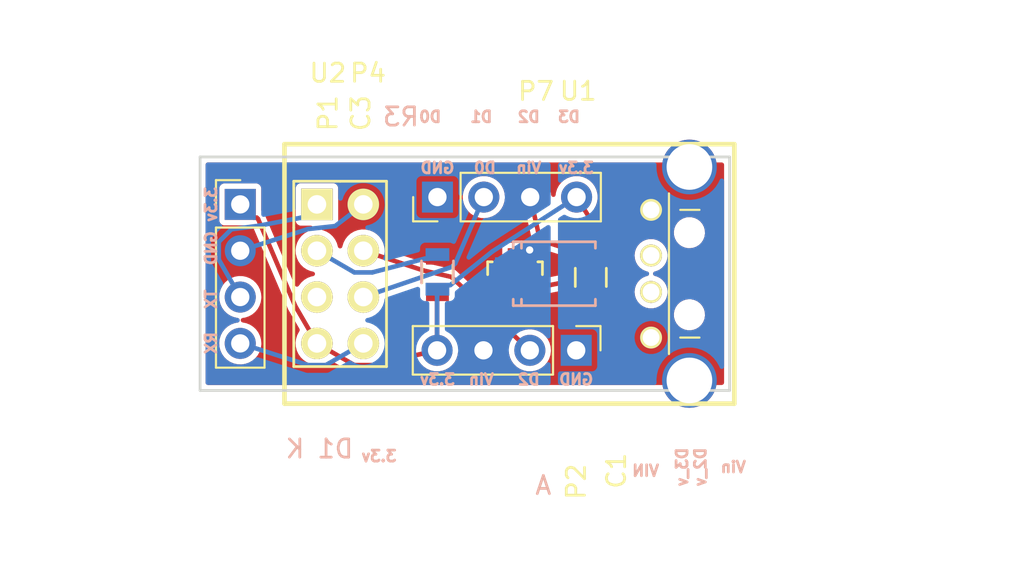
<source format=kicad_pcb>
(kicad_pcb (version 20211014) (generator pcbnew)
  (layers (0 "F.Cu" signal) (31 "B.Cu" signal) (34 "B.Paste" user) (35 "F.Paste" user) (36 "B.SilkS" user "B.Silkscreen") (37 "F.SilkS" user "F.Silkscreen") (38 "B.Mask" user) (39 "F.Mask" user) (44 "Edge.Cuts" user))
  (net 0 "")
  (net 1 "VPP")
  (net 2 "GND")
  (net 3 "+3V3")
  (net 4 "GPIO0")
  (net 5 "TX")
  (net 6 "GPIO2")
  (net 7 "RX")
  (net 8 "Net-(R3-Pad1)")
  (net 9 "Net-(D1-Pad2)")
  (footprint "Connector_PinHeader_2.54mm:PinHeader_1x04_P2.54mm_Vertical" (layer "F.Cu") (at 149.2 110.6)
    (fp_text reference "P4" (at 7 -7.2) (layer "F.SilkS"))
    (fp_text value "CONN_01X04")
    (fp_line (start 1.33 1.27) (end 1.33 8.95) (layer "F.SilkS") (width 0.12))
    (fp_line (start -1.33 8.95) (end 1.33 8.95) (layer "F.SilkS") (width 0.12))
    (fp_line (start -1.33 1.27) (end -1.33 8.95) (layer "F.SilkS") (width 0.12))
    (fp_line (start -1.33 -1.33) (end 0 -1.33) (layer "F.SilkS") (width 0.12))
    (fp_line (start -1.33 1.27) (end 1.33 1.27) (layer "F.SilkS") (width 0.12))
    (fp_line (start -1.33 0) (end -1.33 -1.33) (layer "F.SilkS") (width 0.12))
    (pad "1" thru_hole rect (at 0 0) (size 1.7 1.7) (drill 1) (layers *.Cu *.Mask) (net 3 "+3V3"))
    (pad "2" thru_hole oval (at 0 2.54) (size 1.7 1.7) (drill 1) (layers *.Cu *.Mask) (net 2 "GND"))
    (pad "3" thru_hole oval (at 0 5.08) (size 1.7 1.7) (drill 1) (layers *.Cu *.Mask) (net 5 "TX"))
    (pad "4" thru_hole oval (at 0 7.62) (size 1.7 1.7) (drill 1) (layers *.Cu *.Mask) (net 7 "RX"))
  )
  (footprint "ESP8266:ESP-01" (layer "F.Cu") (at 153.4 110.6)
    (fp_text reference "U2" (at 0.6 -7.2) (layer "F.SilkS"))
    (fp_text value "ESP-01v090")
    (fp_line (start 1.27 -1.27) (end -1.27 -1.27) (layer "F.SilkS") (width 0.1524))
    (fp_line (start -1.27 1.27) (end -1.27 8.89) (layer "F.SilkS") (width 0.1524))
    (fp_line (start 22.86 10.922) (end -1.778 10.922) (layer "F.SilkS") (width 0.254))
    (fp_line (start 3.81 8.89) (end 3.81 -1.27) (layer "F.SilkS") (width 0.1524))
    (fp_line (start -1.27 -1.27) (end -1.27 1.27) (layer "F.SilkS") (width 0.1524))
    (fp_line (start 3.81 -1.27) (end 1.27 -1.27) (layer "F.SilkS") (width 0.1524))
    (fp_line (start -1.27 8.89) (end 3.81 8.89) (layer "F.SilkS") (width 0.1524))
    (fp_line (start -1.778 10.922) (end -1.778 -3.302) (layer "F.SilkS") (width 0.254))
    (fp_line (start -1.778 -3.302) (end 22.86 -3.302) (layer "F.SilkS") (width 0.254))
    (fp_line (start 22.86 -3.302) (end 22.86 10.922) (layer "F.SilkS") (width 0.254))
    (pad "1" thru_hole rect locked (at 0 0) (size 1.7272 1.7272) (drill 1.016) (layers *.Cu *.Mask "F.SilkS") (net 5 "TX"))
    (pad "2" thru_hole oval locked (at 2.54 0) (size 1.7272 1.7272) (drill 1.016) (layers *.Cu *.Mask "F.SilkS") (net 2 "GND"))
    (pad "3" thru_hole oval locked (at 0 2.54) (size 1.7272 1.7272) (drill 1.016) (layers *.Cu *.Mask "F.SilkS") (net 8 "Net-(R3-Pad1)"))
    (pad "4" thru_hole oval locked (at 2.54 2.54) (size 1.7272 1.7272) (drill 1.016) (layers *.Cu *.Mask "F.SilkS") (net 6 "GPIO2"))
    (pad "5" thru_hole oval locked (at 0 5.08) (size 1.7272 1.7272) (drill 1.016) (layers *.Cu *.Mask "F.SilkS"))
    (pad "6" thru_hole oval locked (at 2.54 5.08) (size 1.7272 1.7272) (drill 1.016) (layers *.Cu *.Mask "F.SilkS") (net 4 "GPIO0"))
    (pad "7" thru_hole oval locked (at 0 7.62) (size 1.7272 1.7272) (drill 1.016) (layers *.Cu *.Mask "F.SilkS") (net 3 "+3V3"))
    (pad "8" thru_hole oval locked (at 2.54 7.62) (size 1.7272 1.7272) (drill 1.016) (layers *.Cu *.Mask "F.SilkS") (net 7 "RX"))
  )
  (footprint "Capacitors_SMD:C_0805" (layer "F.Cu") (at 168.4 114.6 -90)
    (fp_text reference "C1" (at 10.6 -1.4 -90) (layer "F.SilkS"))
    (fp_text value "2uf")
    (fp_line (start -0.5 0.85) (end 0.5 0.85) (layer "F.SilkS") (width 0.15))
    (fp_line (start 0.5 -0.85) (end -0.5 -0.85) (layer "F.SilkS") (width 0.15))
    (pad "1" smd rect locked (at -1 0 270) (size 1 1.25) (layers "F.Cu" "F.Paste" "F.Mask") (net 1 "VPP"))
    (pad "2" smd rect locked (at 1 0 270) (size 1 1.25) (layers "F.Cu" "F.Paste" "F.Mask") (net 2 "GND"))
  )
  (footprint "Capacitors_SMD:C_0805" (layer "F.Cu") (at 160 114.4 90)
    (fp_text reference "C3" (at 8.8 -4.2 90) (layer "F.SilkS"))
    (fp_text value "2uf")
    (fp_line (start 0.5 -0.85) (end -0.5 -0.85) (layer "F.SilkS") (width 0.15))
    (fp_line (start -0.5 0.85) (end 0.5 0.85) (layer "F.SilkS") (width 0.15))
    (pad "1" smd rect locked (at -1 0 90) (size 1 1.25) (layers "F.Cu" "F.Paste" "F.Mask") (net 3 "+3V3"))
    (pad "2" smd rect locked (at 1 0 90) (size 1 1.25) (layers "F.Cu" "F.Paste" "F.Mask") (net 2 "GND"))
  )
  (footprint "TO_SOT_Packages_SMD:SOT-23" (layer "F.Cu") (at 164.25 114.3992)
    (fp_text reference "U1" (at 3.459 -10.01) (layer "F.SilkS"))
    (fp_text value "MCP1703")
    (fp_line (start 1.29916 -0.65024) (end 1.49982 -0.65024) (layer "F.SilkS") (width 0.15))
    (fp_line (start 1.49982 -0.65024) (end 1.49982 0.0508) (layer "F.SilkS") (width 0.15))
    (fp_line (start 1.29916 -0.65024) (end 1.2509 -0.65024) (layer "F.SilkS") (width 0.15))
    (fp_line (start -1.49982 0.0508) (end -1.49982 -0.65024) (layer "F.SilkS") (width 0.15))
    (fp_line (start -1.49982 -0.65024) (end -1.2509 -0.65024) (layer "F.SilkS") (width 0.15))
    (pad "1" smd rect locked (at -0.95 1.00076) (size 0.8001 0.8001) (layers "F.Cu" "F.Paste" "F.Mask") (net 2 "GND"))
    (pad "2" smd rect locked (at 0.95 1.00076) (size 0.8001 0.8001) (layers "F.Cu" "F.Paste" "F.Mask") (net 3 "+3V3"))
    (pad "3" smd rect locked (at 0 -0.99822) (size 0.8001 0.8001) (layers "F.Cu" "F.Paste" "F.Mask") (net 1 "VPP"))
  )
  (footprint "USB_oshpark:USB_A_Multicomp_thruhole_oshpark" (layer "F.Cu") (at 173.8 114.4)
    (fp_text reference "P7" (at -8.4 -10) (layer "F.SilkS"))
    (fp_text value "USB_A")
    (fp_line (start -0.5 3.5) (end 0.55 3.5) (layer "F.SilkS") (width 0.12))
    (fp_line (start -1.12 -4.4) (end -1.12 4.4) (layer "F.SilkS") (width 0.12))
    (fp_line (start -0.5 -3.5) (end 0.55 -3.5) (layer "F.SilkS") (width 0.12))
    (pad "" np_thru_hole circle locked (at 0 -2.25) (size 1.1 1.1) (drill 1.1) (layers *.Cu *.Mask))
    (pad "" np_thru_hole circle locked (at 0 2.25) (size 1.1 1.1) (drill 1.1) (layers *.Cu *.Mask))
    (pad "1" thru_hole circle locked (at -2.1 -3.5) (size 1.2 1.2) (drill 0.92) (layers *.Cu *.Mask "F.SilkS") (net 9 "Net-(D1-Pad2)"))
    (pad "2" thru_hole circle locked (at -2.1 -1) (size 1.2 1.2) (drill 0.92) (layers *.Cu *.Mask "F.SilkS"))
    (pad "3" thru_hole circle locked (at -2.1 1) (size 1.2 1.2) (drill 0.92) (layers *.Cu *.Mask "F.SilkS"))
    (pad "4" thru_hole circle locked (at -2.1 3.5) (size 1.2 1.2) (drill 0.92) (layers *.Cu *.Mask "F.SilkS") (net 2 "GND"))
    (pad "5" thru_hole circle locked (at 0 -5.85) (size 3 3) (drill 2.5) (layers *.Cu *.Mask) (net 2 "GND"))
    (pad "5" thru_hole circle locked (at 0 5.85) (size 3 3) (drill 2.5) (layers *.Cu *.Mask) (net 2 "GND"))
  )
  (footprint "Connector_PinHeader_2.54mm:PinHeader_1x04_P2.54mm_Vertical" (layer "F.Cu") (at 167.6 118.6 -90)
    (fp_text reference "P2" (at 7.2 0 90) (layer "F.SilkS"))
    (fp_text value "CONN_01X04")
    (fp_line (start -1.33 0) (end -1.33 -1.33) (layer "F.SilkS") (width 0.12))
    (fp_line (start -1.33 1.27) (end -1.33 8.95) (layer "F.SilkS") (width 0.12))
    (fp_line (start -1.33 8.95) (end 1.33 8.95) (layer "F.SilkS") (width 0.12))
    (fp_line (start -1.33 -1.33) (end 0 -1.33) (layer "F.SilkS") (width 0.12))
    (fp_line (start -1.33 1.27) (end 1.33 1.27) (layer "F.SilkS") (width 0.12))
    (fp_line (start 1.33 1.27) (end 1.33 8.95) (layer "F.SilkS") (width 0.12))
    (pad "1" thru_hole rect (at 0 0 270) (size 1.7 1.7) (drill 1) (layers *.Cu *.Mask) (net 2 "GND"))
    (pad "2" thru_hole oval (at 0 2.54 270) (size 1.7 1.7) (drill 1) (layers *.Cu *.Mask) (net 6 "GPIO2"))
    (pad "3" thru_hole oval (at 0 5.08 270) (size 1.7 1.7) (drill 1) (layers *.Cu *.Mask) (net 1 "VPP"))
    (pad "4" thru_hole oval (at 0 7.62 270) (size 1.7 1.7) (drill 1) (layers *.Cu *.Mask) (net 3 "+3V3"))
  )
  (footprint "Connector_PinHeader_2.54mm:PinHeader_1x04_P2.54mm_Vertical" (layer "F.Cu") (at 160 110.2 90)
    (fp_text reference "P1" (at 4.6 -6 90) (layer "F.SilkS"))
    (fp_text value "CONN_01X04")
    (fp_line (start -1.33 1.27) (end -1.33 8.95) (layer "F.SilkS") (width 0.12))
    (fp_line (start -1.33 0) (end -1.33 -1.33) (layer "F.SilkS") (width 0.12))
    (fp_line (start 1.33 1.27) (end 1.33 8.95) (layer "F.SilkS") (width 0.12))
    (fp_line (start -1.33 8.95) (end 1.33 8.95) (layer "F.SilkS") (width 0.12))
    (fp_line (start -1.33 1.27) (end 1.33 1.27) (layer "F.SilkS") (width 0.12))
    (fp_line (start -1.33 -1.33) (end 0 -1.33) (layer "F.SilkS") (width 0.12))
    (pad "1" thru_hole rect (at 0 0 90) (size 1.7 1.7) (drill 1) (layers *.Cu *.Mask) (net 2 "GND"))
    (pad "2" thru_hole oval (at 0 2.54 90) (size 1.7 1.7) (drill 1) (layers *.Cu *.Mask) (net 4 "GPIO0"))
    (pad "3" thru_hole oval (at 0 5.08 90) (size 1.7 1.7) (drill 1) (layers *.Cu *.Mask) (net 1 "VPP"))
    (pad "4" thru_hole oval (at 0 7.62 90) (size 1.7 1.7) (drill 1) (layers *.Cu *.Mask) (net 3 "+3V3"))
  )
  (footprint "Resistors_SMD:R_0805" (layer "B.Cu") (at 160 114.3 -90)
    (fp_text reference "R3" (at -8.5 2 180) (layer "B.SilkS") (effects (justify mirror)))
    (fp_text value "10k")
    (fp_line (start 0.6 -0.875) (end -0.6 -0.875) (layer "B.SilkS") (width 0.15))
    (fp_line (start -0.6 0.875) (end 0.6 0.875) (layer "B.SilkS") (width 0.15))
    (pad "1" smd rect locked (at -0.95 0 270) (size 0.7 1.3) (layers "B.Cu" "B.Paste" "B.Mask") (net 8 "Net-(R3-Pad1)"))
    (pad "2" smd rect locked (at 0.95 0 270) (size 0.7 1.3) (layers "B.Cu" "B.Paste" "B.Mask") (net 3 "+3V3"))
  )
  (footprint "Diodes_SMD:SMA_Standard" (layer "B.Cu") (at 166.401 114.4)
    (fp_text reference "D1" (at -12.001 9.6) (layer "B.SilkS") (effects (justify mirror)))
    (fp_text value "D")
    (fp_text user "K" (at -14.201 9.6) (layer "B.SilkS") (effects (justify mirror)))
    (fp_text user "A" (at -0.601 11.6) (layer "B.SilkS") (effects (justify mirror)))
    (fp_line (start -1.79914 -1.75006) (end -1.79914 -1.39954) (layer "B.SilkS") (width 0.15))
    (fp_line (start 2.25044 1.75006) (end 2.25044 1.39954) (layer "B.SilkS") (width 0.15))
    (fp_line (start -2.25044 -1.75006) (end -2.25044 -1.39954) (layer "B.SilkS") (width 0.15))
    (fp_line (start -1.79914 1.75006) (end -1.79914 1.39954) (layer "B.SilkS") (width 0.15))
    (fp_line (start -2.25044 1.75006) (end 2.25044 1.75006) (layer "B.SilkS") (width 0.15))
    (fp_line (start -2.25044 -1.75006) (end 2.25044 -1.75006) (layer "B.SilkS") (width 0.15))
    (fp_line (start 2.25044 -1.75006) (end 2.25044 -1.39954) (layer "B.SilkS") (width 0.15))
    (fp_line (start -2.25044 1.75006) (end -2.25044 1.39954) (layer "B.SilkS") (width 0.15))
    (pad "1" smd rect locked (at -1.99898 0) (size 2.49936 1.80086) (layers "B.Cu" "B.Paste" "B.Mask") (net 1 "VPP"))
    (pad "2" smd rect locked (at 1.99898 0) (size 2.49936 1.80086) (layers "B.Cu" "B.Paste" "B.Mask") (net 9 "Net-(D1-Pad2)"))
  )
  (gr_line (start 147 108) (end 176 108) (layer "Edge.Cuts") (width 0.15))
  (gr_line (start 147 108) (end 147 120.8) (layer "Edge.Cuts") (width 0.15))
  (gr_line (start 176 108) (end 176 120.8) (layer "Edge.Cuts") (width 0.15))
  (gr_line (start 147 120.8) (end 176 120.8) (layer "Edge.Cuts") (width 0.15))
  (gr_text "D1" (at 162.4 105.8) (layer "B.SilkS") (effects (font (size 0.6 0.6)) (justify mirror)))
  (gr_text "D2" (at 165 105.8) (layer "B.SilkS") (effects (font (size 0.6 0.6)) (justify mirror)))
  (gr_text "D3" (at 167.2 105.8) (layer "B.SilkS") (effects (font (size 0.6 0.6)) (justify mirror)))
  (gr_text "3.3v" (at 156.8 124.4) (layer "B.SilkS") (effects (font (size 0.6 0.6)) (justify mirror)))
  (gr_text "VIN" (at 171.4 125.2) (layer "B.SilkS") (effects (font (size 0.6 0.6)) (justify mirror)))
  (gr_text "D2_v" (at 174.4 125 90) (layer "B.SilkS") (effects (font (size 0.6 0.6)) (justify mirror)))
  (gr_text "D3_v" (at 173.4 125 90) (layer "B.SilkS") (effects (font (size 0.6 0.6)) (justify mirror)))
  (gr_text "3.3v" (at 167.6 108.6) (layer "B.SilkS") (effects (font (size 0.6 0.6)) (justify mirror)))
  (gr_text "3.3v" (at 147.6 110.6 90) (layer "B.SilkS") (effects (font (size 0.6 0.6)) (justify mirror)))
  (gr_text "TX" (at 147.6 115.8 90) (layer "B.SilkS") (effects (font (size 0.6 0.6)) (justify mirror)))
  (gr_text "Vin" (at 176.2 125) (layer "B.SilkS") (effects (font (size 0.6 0.6)) (justify mirror)))
  (gr_text "RX" (at 147.6 118.2 90) (layer "B.SilkS") (effects (font (size 0.6 0.6)) (justify mirror)))
  (gr_text "D0" (at 159.6 105.8) (layer "B.SilkS") (effects (font (size 0.6 0.6)) (justify mirror)))
  (gr_text "GND" (at 147.6 113 90) (layer "B.SilkS") (effects (font (size 0.6 0.6)) (justify mirror)))
  (gr_text "GND" (at 160 108.6) (layer "B.SilkS") (effects (font (size 0.6 0.6)) (justify mirror)))
  (gr_text "D0" (at 162.6 108.6) (layer "B.SilkS") (effects (font (size 0.6 0.6)) (justify mirror)))
  (gr_text "GND" (at 167.6 120.2) (layer "B.SilkS") (effects (font (size 0.6 0.6)) (justify mirror)))
  (gr_text "D2" (at 165 120.2) (layer "B.SilkS") (effects (font (size 0.6 0.6)) (justify mirror)))
  (gr_text "3.3v" (at 160 120.2) (layer "B.SilkS") (effects (font (size 0.6 0.6)) (justify mirror)))
  (gr_text "Vin" (at 162.4 120.2) (layer "B.SilkS") (effects (font (size 0.6 0.6)) (justify mirror)))
  (gr_text "Vin" (at 165 108.6) (layer "B.SilkS") (effects (font (size 0.6 0.6)) (justify mirror)))
  (segment (start 164.7019 113.1259) (end 165.0501 113.0996) (width 0.25) (layer "F.Cu") (net 1))
  (segment (start 167.775 113.225) (end 167.7232 113.225) (width 0.25) (layer "F.Cu") (net 1))
  (segment (start 165.08 110.2) (end 165.6224 112.5685) (width 0.25) (layer "F.Cu") (net 1))
  (segment (start 167.7232 113.225) (end 165.6224 112.5685) (width 0.25) (layer "F.Cu") (net 1))
  (segment (start 167.9 113.225) (end 167.775 113.225) (width 0.25) (layer "F.Cu") (net 1))
  (segment (start 164.25 113.401) (end 164.5251 113.1259) (width 0.25) (layer "F.Cu") (net 1))
  (segment (start 164.5251 113.1259) (end 164.6501 113.1259) (width 0.25) (layer "F.Cu") (net 1))
  (segment (start 164.6501 113.1259) (end 164.7019 113.1259) (width 0.25) (layer "F.Cu") (net 1))
  (segment (start 165.0501 113.0996) (end 165.6224 112.5685) (width 0.25) (layer "F.Cu") (net 1))
  (segment (start 168.4 113.6) (end 167.9 113.225) (width 0.25) (layer "F.Cu") (net 1))
  (via (at 165.0501 113.0996) (size 0.6) (drill 0.4) (layers "F.Cu" "B.Cu") (net 1))
  (segment (start 163.2773 115.3522) (end 162.52 118.6) (width 0.25) (layer "B.Cu") (net 1))
  (segment (start 164.402 114.4) (end 163.2773 115.1754) (width 0.25) (layer "B.Cu") (net 1))
  (segment (start 164.402 114.4) (end 165.0501 113.6246) (width 0.25) (layer "B.Cu") (net 1))
  (segment (start 163.2773 115.1754) (end 163.2773 115.3004) (width 0.25) (layer "B.Cu") (net 1))
  (segment (start 165.0501 113.4996) (end 165.0501 113.0996) (width 0.25) (layer "B.Cu") (net 1))
  (segment (start 163.2773 115.3004) (end 163.2773 115.3522) (width 0.25) (layer "B.Cu") (net 1))
  (segment (start 165.0501 113.6246) (end 165.0501 113.4996) (width 0.25) (layer "B.Cu") (net 1))
  (segment (start 160.5 113.775) (end 160 113.4) (width 0.25) (layer "F.Cu") (net 2))
  (segment (start 160 111.05) (end 160 110.925) (width 0.25) (layer "F.Cu") (net 2))
  (segment (start 171 118.6) (end 171.7 117.9) (width 0.25) (layer "F.Cu") (net 2))
  (segment (start 168 117.75) (end 168 117.875) (width 0.25) (layer "F.Cu") (net 2))
  (segment (start 173.8 108.55) (end 172.8 109.55) (width 0.25) (layer "F.Cu") (net 2))
  (segment (start 163.0249 115.1249) (end 162.8999 115.1249) (width 0.25) (layer "F.Cu") (net 2))
  (segment (start 160.625 113.775) (end 160.5 113.775) (width 0.25) (layer "F.Cu") (net 2))
  (segment (start 171.7 118.15) (end 171.7 117.9) (width 0.25) (layer "F.Cu") (net 2))
  (segment (start 160.6768 113.775) (end 160.625 113.775) (width 0.25) (layer "F.Cu") (net 2))
  (segment (start 168 116.1) (end 168 117.75) (width 0.25) (layer "F.Cu") (net 2))
  (segment (start 163.3 115.4) (end 163.0249 115.1249) (width 0.25) (layer "F.Cu") (net 2))
  (segment (start 163.7001 115.6751) (end 163.5751 115.6751) (width 0.25) (layer "F.Cu") (net 2))
  (segment (start 168.4 115.6) (end 168 115.975) (width 0.25) (layer "F.Cu") (net 2))
  (segment (start 167.6 118.6) (end 166.875 117.875) (width 0.25) (layer "F.Cu") (net 2))
  (segment (start 156.34 110.2) (end 155.94 110.6) (width 0.25) (layer "F.Cu") (net 2))
  (segment (start 166.875 117.875) (end 166.75 117.875) (width 0.25) (layer "F.Cu") (net 2))
  (segment (start 163.7519 115.6751) (end 163.7001 115.6751) (width 0.25) (layer "F.Cu") (net 2))
  (segment (start 160 113.025) (end 160 112.9) (width 0.25) (layer "F.Cu") (net 2))
  (segment (start 166.75 117.875) (end 166.6982 117.875) (width 0.25) (layer "F.Cu") (net 2))
  (segment (start 166.6982 117.875) (end 163.7519 115.6751) (width 0.25) (layer "F.Cu") (net 2))
  (segment (start 167.6 118.6) (end 171 118.6) (width 0.25) (layer "F.Cu") (net 2))
  (segment (start 173.8 120.25) (end 171.7 118.15) (width 0.25) (layer "F.Cu") (net 2))
  (segment (start 160 113.4) (end 160 113.025) (width 0.25) (layer "F.Cu") (net 2))
  (segment (start 172.8 109.55) (end 172.8 116.8) (width 0.25) (layer "F.Cu") (net 2))
  (segment (start 163.5751 115.6751) (end 163.3 115.4) (width 0.25) (layer "F.Cu") (net 2))
  (segment (start 172.8 116.8) (end 171.7 117.9) (width 0.25) (layer "F.Cu") (net 2))
  (segment (start 160 110.925) (end 160 110.2) (width 0.25) (layer "F.Cu") (net 2))
  (segment (start 162.8999 115.1249) (end 162.8481 115.1249) (width 0.25) (layer "F.Cu") (net 2))
  (segment (start 160 112.9) (end 160 111.05) (width 0.25) (layer "F.Cu") (net 2))
  (segment (start 160 110.2) (end 156.34 110.2) (width 0.25) (layer "F.Cu") (net 2))
  (segment (start 162.8481 115.1249) (end 160.6768 113.775) (width 0.25) (layer "F.Cu") (net 2))
  (segment (start 168 117.875) (end 167.6 118.6) (width 0.25) (layer "F.Cu") (net 2))
  (segment (start 168 115.975) (end 168 116.1) (width 0.25) (layer "F.Cu") (net 2))
  (segment (start 155.94 110.6) (end 154.3982 111.7886) (width 0.25) (layer "B.Cu") (net 2))
  (segment (start 154.3982 111.7886) (end 152.9077 111.9514) (width 0.25) (layer "B.Cu") (net 2))
  (segment (start 152.9077 111.9514) (end 149.2 113.14) (width 0.25) (layer "B.Cu") (net 2))
  (segment (start 152.2114 116.1723) (end 150.175 111.3982) (width 0.25) (layer "F.Cu") (net 3))
  (segment (start 156.4323 119.4086) (end 155.4477 119.4086) (width 0.25) (layer "F.Cu") (net 3))
  (segment (start 165.6519 115.1249) (end 169.1596 114.425) (width 0.25) (layer "F.Cu") (net 3))
  (segment (start 169.35 113.9654) (end 169.35 112.9654) (width 0.25) (layer "F.Cu") (net 3))
  (segment (start 153.4 118.22) (end 152.2114 116.1723) (width 0.25) (layer "F.Cu") (net 3))
  (segment (start 150.05 111.325) (end 149.925 111.325) (width 0.25) (layer "F.Cu") (net 3))
  (segment (start 150.1018 111.325) (end 150.05 111.325) (width 0.25) (layer "F.Cu") (net 3))
  (segment (start 155.4477 119.4086) (end 153.4 118.22) (width 0.25) (layer "F.Cu") (net 3))
  (segment (start 169.35 114.2346) (end 169.35 113.9654) (width 0.25) (layer "F.Cu") (net 3))
  (segment (start 159.98 115.9) (end 159.98 118.6) (width 0.25) (layer "F.Cu") (net 3))
  (segment (start 159.98 115.775) (end 159.98 115.9) (width 0.25) (layer "F.Cu") (net 3))
  (segment (start 150.175 111.3982) (end 150.1018 111.325) (width 0.25) (layer "F.Cu") (net 3))
  (segment (start 165.4751 115.1249) (end 165.6001 115.1249) (width 0.25) (layer "F.Cu") (net 3))
  (segment (start 160 115.4) (end 159.98 115.775) (width 0.25) (layer "F.Cu") (net 3))
  (segment (start 165.2 115.4) (end 165.4751 115.1249) (width 0.25) (layer "F.Cu") (net 3))
  (segment (start 169.1596 114.425) (end 169.35 114.2346) (width 0.25) (layer "F.Cu") (net 3))
  (segment (start 169.35 112.9654) (end 167.62 110.2) (width 0.25) (layer "F.Cu") (net 3))
  (segment (start 159.98 118.6) (end 156.4323 119.4086) (width 0.25) (layer "F.Cu") (net 3))
  (segment (start 149.925 111.325) (end 149.2 110.6) (width 0.25) (layer "F.Cu") (net 3))
  (segment (start 165.6001 115.1249) (end 165.6519 115.1249) (width 0.25) (layer "F.Cu") (net 3))
  (segment (start 159.98 115.6) (end 159.98 118.6) (width 0.25) (layer "B.Cu") (net 3))
  (segment (start 167.62 110.2) (end 163.0177 113.1746) (width 0.25) (layer "B.Cu") (net 3))
  (segment (start 160 115.25) (end 159.98 115.475) (width 0.25) (layer "B.Cu") (net 3))
  (segment (start 160.525 115.025) (end 160 115.25) (width 0.25) (layer "B.Cu") (net 3))
  (segment (start 160.7018 115.025) (end 160.65 115.025) (width 0.25) (layer "B.Cu") (net 3))
  (segment (start 159.98 115.475) (end 159.98 115.6) (width 0.25) (layer "B.Cu") (net 3))
  (segment (start 160.65 115.025) (end 160.525 115.025) (width 0.25) (layer "B.Cu") (net 3))
  (segment (start 163.0177 113.1746) (end 160.7018 115.025) (width 0.25) (layer "B.Cu") (net 3))
  (segment (start 162.54 110.2) (end 160.975 113.8346) (width 0.25) (layer "B.Cu") (net 4))
  (segment (start 160.975 113.8346) (end 160.7846 114.025) (width 0.25) (layer "B.Cu") (net 4))
  (segment (start 160.7846 114.025) (end 155.94 115.68) (width 0.25) (layer "B.Cu") (net 4))
  (segment (start 150.1846 111.775) (end 148.7133 111.965) (width 0.25) (layer "B.Cu") (net 5))
  (segment (start 152.6614 111.3386) (end 152.5364 111.3386) (width 0.25) (layer "B.Cu") (net 5))
  (segment (start 148.7133 111.965) (end 148.025 112.6533) (width 0.25) (layer "B.Cu") (net 5))
  (segment (start 153.4 110.6) (end 152.6614 111.3386) (width 0.25) (layer "B.Cu") (net 5))
  (segment (start 148.025 113.6267) (end 149.2 115.68) (width 0.25) (layer "B.Cu") (net 5))
  (segment (start 152.5364 111.3386) (end 152.4846 111.3386) (width 0.25) (layer "B.Cu") (net 5))
  (segment (start 148.025 112.6533) (end 148.025 113.6267) (width 0.25) (layer "B.Cu") (net 5))
  (segment (start 152.4846 111.3386) (end 150.1846 111.775) (width 0.25) (layer "B.Cu") (net 5))
  (segment (start 165.06 118.6) (end 160.7596 114.575) (width 0.25) (layer "F.Cu") (net 6))
  (segment (start 159.2404 114.225) (end 155.94 113.14) (width 0.25) (layer "F.Cu") (net 6))
  (segment (start 160.7596 114.575) (end 159.2404 114.225) (width 0.25) (layer "F.Cu") (net 6))
  (segment (start 153.8923 119.4086) (end 152.9077 119.4086) (width 0.25) (layer "B.Cu") (net 7))
  (segment (start 152.9077 119.4086) (end 149.2 118.22) (width 0.25) (layer "B.Cu") (net 7))
  (segment (start 155.94 118.22) (end 153.8923 119.4086) (width 0.25) (layer "B.Cu") (net 7))
  (segment (start 159.475 113.575) (end 159.35 113.575) (width 0.25) (layer "B.Cu") (net 8))
  (segment (start 156.4323 114.3286) (end 155.4477 114.3286) (width 0.25) (layer "B.Cu") (net 8))
  (segment (start 159.2982 113.575) (end 156.4323 114.3286) (width 0.25) (layer "B.Cu") (net 8))
  (segment (start 155.4477 114.3286) (end 153.4 113.14) (width 0.25) (layer "B.Cu") (net 8))
  (segment (start 160 113.35) (end 159.475 113.575) (width 0.25) (layer "B.Cu") (net 8))
  (segment (start 159.35 113.575) (end 159.2982 113.575) (width 0.25) (layer "B.Cu") (net 8))
  (segment (start 169.5247 113.6246) (end 168.4 114.4) (width 0.25) (layer "B.Cu") (net 9))
  (segment (start 169.6497 113.6246) (end 169.5247 113.6246) (width 0.25) (layer "B.Cu") (net 9))
  (segment (start 171.7 110.9) (end 169.7747 113.5514) (width 0.25) (layer "B.Cu") (net 9))
  (segment (start 169.7747 113.5514) (end 169.7015 113.6246) (width 0.25) (layer "B.Cu") (net 9))
  (segment (start 169.7015 113.6246) (end 169.6497 113.6246) (width 0.25) (layer "B.Cu") (net 9))
  (zone (net 2) (net_name "GND") (layer "F.Cu") (connect_pads yes (clearance 0.3)) (min_thickness 0.254) (fill yes (thermal_gap 0.508) (thermal_bridge_width 0.508))
    (polygon (pts (xy 176 120.8) (xy 147 120.8) (xy 147 108) (xy 176 108)))
  )
  (zone (net 1) (net_name "VPP") (layer "B.Cu") (connect_pads yes (clearance 0.3)) (min_thickness 0.254) (fill yes (thermal_gap 0.508) (thermal_bridge_width 0.508))
    (polygon (pts (xy 166.2 120.8) (xy 147 120.8) (xy 147 108) (xy 166.2 108)))
  )
  (zone (net 9) (net_name "Net-(D1-Pad2)") (layer "B.Cu") (connect_pads yes (clearance 0.3)) (min_thickness 0.254) (fill yes (thermal_gap 0.508) (thermal_bridge_width 0.508))
    (polygon (pts (xy 176 120.8) (xy 166.6 120.8) (xy 166.6 108) (xy 176 108)))
  )
)
</source>
